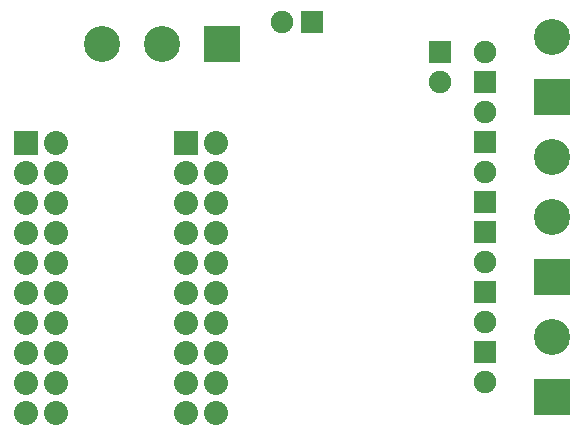
<source format=gbs>
G04 (created by PCBNEW (2013-07-07 BZR 4022)-stable) date 11/10/2013 6:39:55 PM*
%MOIN*%
G04 Gerber Fmt 3.4, Leading zero omitted, Abs format*
%FSLAX34Y34*%
G01*
G70*
G90*
G04 APERTURE LIST*
%ADD10C,0.00590551*%
%ADD11R,0.08X0.08*%
%ADD12C,0.08*%
%ADD13R,0.12X0.12*%
%ADD14C,0.12*%
%ADD15R,0.075X0.075*%
%ADD16C,0.075*%
G04 APERTURE END LIST*
G54D10*
G54D11*
X31450Y-52034D03*
G54D12*
X32450Y-52034D03*
X31450Y-53034D03*
X32450Y-53034D03*
X31450Y-54034D03*
X32450Y-54034D03*
X31450Y-55034D03*
X32450Y-55034D03*
X31450Y-56034D03*
X32450Y-56034D03*
X31450Y-57034D03*
X32450Y-57034D03*
X31450Y-58034D03*
X32450Y-58034D03*
X31450Y-59034D03*
X32450Y-59034D03*
X31450Y-60034D03*
X32450Y-60034D03*
X31450Y-61034D03*
X32450Y-61034D03*
G54D13*
X49000Y-56500D03*
G54D14*
X49000Y-54500D03*
X49000Y-52500D03*
G54D13*
X49000Y-60500D03*
G54D14*
X49000Y-58500D03*
G54D13*
X49000Y-50500D03*
G54D14*
X49000Y-48500D03*
G54D11*
X36800Y-52034D03*
G54D12*
X37800Y-52034D03*
X36800Y-53034D03*
X37800Y-53034D03*
X36800Y-54034D03*
X37800Y-54034D03*
X36800Y-55034D03*
X37800Y-55034D03*
X36800Y-56034D03*
X37800Y-56034D03*
X36800Y-57034D03*
X37800Y-57034D03*
X36800Y-58034D03*
X37800Y-58034D03*
X36800Y-59034D03*
X37800Y-59034D03*
X36800Y-60034D03*
X37800Y-60034D03*
X36800Y-61034D03*
X37800Y-61034D03*
G54D13*
X38000Y-48750D03*
G54D14*
X36000Y-48750D03*
X34000Y-48750D03*
G54D15*
X46750Y-50000D03*
G54D16*
X46750Y-49000D03*
G54D15*
X46750Y-52000D03*
G54D16*
X46750Y-51000D03*
G54D15*
X46750Y-54000D03*
G54D16*
X46750Y-53000D03*
G54D15*
X46750Y-55000D03*
G54D16*
X46750Y-56000D03*
G54D15*
X46750Y-57000D03*
G54D16*
X46750Y-58000D03*
G54D15*
X46750Y-59000D03*
G54D16*
X46750Y-60000D03*
G54D15*
X41000Y-48000D03*
G54D16*
X40000Y-48000D03*
G54D15*
X45250Y-49000D03*
G54D16*
X45250Y-50000D03*
M02*

</source>
